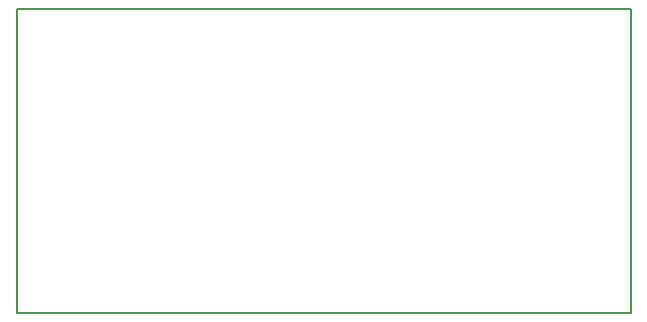
<source format=gm1>
G04 Layer_Color=16711935*
%FSLAX44Y44*%
%MOMM*%
G71*
G01*
G75*
%ADD38C,0.2000*%
D38*
X2500000Y2500000D02*
X3020000Y2500000D01*
X3020000Y2757500D01*
X2500000Y2757500D02*
X3020000Y2757500D01*
X2500000Y2757500D02*
X2500000Y2500000D01*
M02*

</source>
